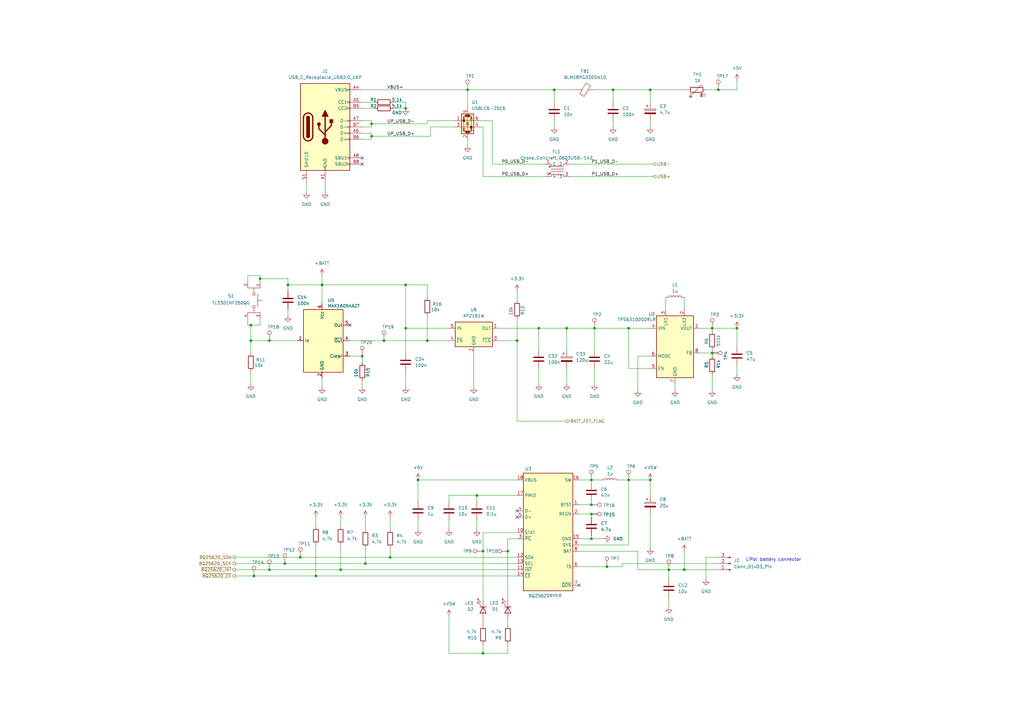
<source format=kicad_sch>
(kicad_sch (version 20231120) (generator "eeschema") (generator_version "8.0")
  (paper "A3")
  (title_block (title "Power") (date "2024-05-19") (rev "1.0"))
  (junction (at 195.58 203.2))
  (junction (at 266.7 196.85))
  (junction (at 251.46 36.83))
  (junction (at 232.41 134.62))
  (junction (at 302.26 134.62))
  (junction (at 148.59 146.05))
  (junction (at 132.08 116.84))
  (junction (at 280.67 233.68))
  (junction (at 242.57 210.82))
  (junction (at 118.11 116.84))
  (junction (at 123.19 228.6))
  (junction (at 198.12 226.06))
  (junction (at 171.45 196.85))
  (junction (at 152.4 50.8))
  (junction (at 274.32 233.68))
  (junction (at 139.7 233.68))
  (junction (at 257.81 196.85))
  (junction (at 152.4 55.88))
  (junction (at 227.33 36.83))
  (junction (at 191.77 36.83))
  (junction (at 102.87 139.7))
  (junction (at 242.57 196.85))
  (junction (at 166.37 116.84))
  (junction (at 266.7 36.83))
  (junction (at 292.1 144.78))
  (junction (at 242.57 220.98))
  (junction (at 102.87 133.35))
  (junction (at 292.1 134.62))
  (junction (at 208.28 226.06))
  (junction (at 166.37 134.62))
  (junction (at 175.26 139.7))
  (junction (at 157.48 139.7))
  (junction (at 160.02 228.6))
  (junction (at 166.37 44.45))
  (junction (at 110.49 233.68))
  (junction (at 257.81 134.62))
  (junction (at 243.84 134.62))
  (junction (at 242.57 207.01))
  (junction (at 104.14 236.22))
  (junction (at 129.54 236.22))
  (junction (at 106.68 114.3))
  (junction (at 220.98 134.62))
  (junction (at 198.12 267.97))
  (junction (at 110.49 139.7))
  (junction (at 149.86 231.14))
  (junction (at 248.92 232.41))
  (junction (at 294.64 36.83))
  (junction (at 212.09 139.7))
  (junction (at 116.84 231.14))
  (no_connect (at 148.59 67.31))
  (no_connect (at 148.59 64.77))
  (no_connect (at 212.09 209.55))
  (no_connect (at 237.49 240.03))
  (no_connect (at 143.51 133.35))
  (no_connect (at 212.09 212.09))
  (wire (pts (xy 242.57 220.98) (xy 247.65 220.98)))
  (wire (pts (xy 198.12 256.54) (xy 198.12 254)))
  (wire (pts (xy 196.85 49.53) (xy 201.93 49.53)))
  (wire (pts (xy 157.48 139.7) (xy 175.26 139.7)))
  (wire (pts (xy 251.46 49.53) (xy 251.46 52.07)))
  (wire (pts (xy 175.26 121.92) (xy 175.26 116.84)))
  (wire (pts (xy 208.28 226.06) (xy 208.28 246.38)))
  (wire (pts (xy 186.69 52.07) (xy 176.53 52.07)))
  (wire (pts (xy 106.68 130.81) (xy 106.68 133.35)))
  (wire (pts (xy 101.6 113.03) (xy 101.6 115.57)))
  (wire (pts (xy 198.12 264.16) (xy 198.12 267.97)))
  (wire (pts (xy 148.59 36.83) (xy 191.77 36.83)))
  (wire (pts (xy 227.33 36.83) (xy 191.77 36.83)))
  (wire (pts (xy 280.67 226.06) (xy 280.67 233.68)))
  (wire (pts (xy 198.12 218.44) (xy 212.09 218.44)))
  (wire (pts (xy 287.02 134.62) (xy 292.1 134.62)))
  (wire (pts (xy 143.51 146.05) (xy 148.59 146.05)))
  (wire (pts (xy 302.26 33.02) (xy 302.26 36.83)))
  (wire (pts (xy 149.86 212.09) (xy 149.86 217.17)))
  (wire (pts (xy 220.98 134.62) (xy 232.41 134.62)))
  (wire (pts (xy 302.26 149.86) (xy 302.26 153.67)))
  (wire (pts (xy 184.15 213.36) (xy 184.15 217.17)))
  (wire (pts (xy 243.84 134.62) (xy 257.81 134.62)))
  (wire (pts (xy 148.59 52.07) (xy 152.4 52.07)))
  (wire (pts (xy 132.08 113.03) (xy 132.08 116.84)))
  (wire (pts (xy 266.7 196.85) (xy 257.81 196.85)))
  (wire (pts (xy 191.77 57.15) (xy 191.77 59.69)))
  (wire (pts (xy 232.41 134.62) (xy 243.84 134.62)))
  (wire (pts (xy 274.32 233.68) (xy 280.67 233.68)))
  (wire (pts (xy 148.59 54.61) (xy 152.4 54.61)))
  (wire (pts (xy 161.29 41.91) (xy 166.37 41.91)))
  (wire (pts (xy 227.33 49.53) (xy 227.33 52.07)))
  (wire (pts (xy 204.47 139.7) (xy 212.09 139.7)))
  (wire (pts (xy 208.28 267.97) (xy 208.28 264.16)))
  (wire (pts (xy 184.15 252.73) (xy 184.15 267.97)))
  (wire (pts (xy 196.85 52.07) (xy 198.12 52.07)))
  (wire (pts (xy 149.86 224.79) (xy 149.86 231.14)))
  (wire (pts (xy 294.64 231.14) (xy 255.27 231.14)))
  (wire (pts (xy 289.56 237.49) (xy 289.56 228.6)))
  (wire (pts (xy 129.54 212.09) (xy 129.54 215.9)))
  (wire (pts (xy 227.33 36.83) (xy 236.22 36.83)))
  (wire (pts (xy 166.37 41.91) (xy 166.37 44.45)))
  (wire (pts (xy 292.1 153.67) (xy 292.1 160.02)))
  (wire (pts (xy 208.28 220.98) (xy 212.09 220.98)))
  (wire (pts (xy 118.11 114.3) (xy 118.11 116.84)))
  (wire (pts (xy 175.26 129.54) (xy 175.26 139.7)))
  (wire (pts (xy 118.11 129.54) (xy 118.11 127)))
  (wire (pts (xy 237.49 226.06) (xy 261.62 226.06)))
  (wire (pts (xy 171.45 213.36) (xy 171.45 217.17)))
  (wire (pts (xy 212.09 139.7) (xy 212.09 130.81)))
  (wire (pts (xy 198.12 52.07) (xy 198.12 72.39)))
  (wire (pts (xy 171.45 205.74) (xy 171.45 196.85)))
  (wire (pts (xy 176.53 55.88) (xy 152.4 55.88)))
  (wire (pts (xy 302.26 134.62) (xy 292.1 134.62)))
  (wire (pts (xy 175.26 49.53) (xy 186.69 49.53)))
  (wire (pts (xy 139.7 223.52) (xy 139.7 233.68)))
  (wire (pts (xy 152.4 50.8) (xy 175.26 50.8)))
  (wire (pts (xy 257.81 134.62) (xy 266.7 134.62)))
  (wire (pts (xy 273.05 121.92) (xy 273.05 127)))
  (wire (pts (xy 237.49 220.98) (xy 242.57 220.98)))
  (wire (pts (xy 148.59 156.21) (xy 148.59 158.75)))
  (wire (pts (xy 148.59 146.05) (xy 148.59 148.59)))
  (wire (pts (xy 118.11 119.38) (xy 118.11 116.84)))
  (wire (pts (xy 220.98 157.48) (xy 220.98 151.13)))
  (wire (pts (xy 195.58 213.36) (xy 195.58 217.17)))
  (wire (pts (xy 96.52 231.14) (xy 116.84 231.14)))
  (wire (pts (xy 266.7 210.82) (xy 266.7 224.79)))
  (wire (pts (xy 118.11 116.84) (xy 132.08 116.84)))
  (wire (pts (xy 175.26 116.84) (xy 166.37 116.84)))
  (wire (pts (xy 160.02 212.09) (xy 160.02 217.17)))
  (wire (pts (xy 204.47 134.62) (xy 220.98 134.62)))
  (wire (pts (xy 184.15 267.97) (xy 198.12 267.97)))
  (wire (pts (xy 292.1 134.62) (xy 292.1 135.89)))
  (wire (pts (xy 201.93 67.31) (xy 223.52 67.31)))
  (wire (pts (xy 289.56 36.83) (xy 294.64 36.83)))
  (wire (pts (xy 106.68 113.03) (xy 106.68 114.3)))
  (wire (pts (xy 242.57 196.85) (xy 246.38 196.85)))
  (wire (pts (xy 96.52 233.68) (xy 110.49 233.68)))
  (wire (pts (xy 123.19 228.6) (xy 160.02 228.6)))
  (wire (pts (xy 160.02 224.79) (xy 160.02 228.6)))
  (wire (pts (xy 198.12 226.06) (xy 198.12 218.44)))
  (wire (pts (xy 220.98 134.62) (xy 220.98 143.51)))
  (wire (pts (xy 251.46 36.83) (xy 251.46 41.91)))
  (wire (pts (xy 232.41 134.62) (xy 232.41 143.51)))
  (wire (pts (xy 132.08 158.75) (xy 132.08 154.94)))
  (wire (pts (xy 175.26 50.8) (xy 175.26 49.53)))
  (wire (pts (xy 160.02 228.6) (xy 212.09 228.6)))
  (wire (pts (xy 129.54 223.52) (xy 129.54 236.22)))
  (wire (pts (xy 148.59 44.45) (xy 153.67 44.45)))
  (wire (pts (xy 184.15 203.2) (xy 195.58 203.2)))
  (wire (pts (xy 166.37 158.75) (xy 166.37 152.4)))
  (wire (pts (xy 139.7 233.68) (xy 212.09 233.68)))
  (wire (pts (xy 266.7 203.2) (xy 266.7 196.85)))
  (wire (pts (xy 248.92 232.41) (xy 255.27 232.41)))
  (wire (pts (xy 232.41 172.72) (xy 212.09 172.72)))
  (wire (pts (xy 102.87 133.35) (xy 106.68 133.35)))
  (wire (pts (xy 212.09 172.72) (xy 212.09 139.7)))
  (wire (pts (xy 102.87 133.35) (xy 102.87 139.7)))
  (wire (pts (xy 184.15 205.74) (xy 184.15 203.2)))
  (wire (pts (xy 237.49 232.41) (xy 248.92 232.41)))
  (wire (pts (xy 208.28 256.54) (xy 208.28 254)))
  (wire (pts (xy 116.84 231.14) (xy 149.86 231.14)))
  (wire (pts (xy 294.64 36.83) (xy 302.26 36.83)))
  (wire (pts (xy 237.49 196.85) (xy 242.57 196.85)))
  (wire (pts (xy 161.29 44.45) (xy 166.37 44.45)))
  (wire (pts (xy 152.4 50.8) (xy 152.4 52.07)))
  (wire (pts (xy 237.49 207.01) (xy 242.57 207.01)))
  (wire (pts (xy 166.37 134.62) (xy 166.37 116.84)))
  (wire (pts (xy 251.46 36.83) (xy 266.7 36.83)))
  (wire (pts (xy 227.33 41.91) (xy 227.33 36.83)))
  (wire (pts (xy 152.4 55.88) (xy 152.4 57.15)))
  (wire (pts (xy 276.86 157.48) (xy 276.86 160.02)))
  (wire (pts (xy 266.7 146.05) (xy 261.62 146.05)))
  (wire (pts (xy 102.87 152.4) (xy 102.87 157.48)))
  (wire (pts (xy 302.26 142.24) (xy 302.26 134.62)))
  (wire (pts (xy 143.51 139.7) (xy 157.48 139.7)))
  (wire (pts (xy 149.86 231.14) (xy 212.09 231.14)))
  (wire (pts (xy 233.68 67.31) (xy 267.97 67.31)))
  (wire (pts (xy 101.6 113.03) (xy 106.68 113.03)))
  (wire (pts (xy 261.62 226.06) (xy 261.62 233.68)))
  (wire (pts (xy 110.49 139.7) (xy 121.92 139.7)))
  (wire (pts (xy 129.54 236.22) (xy 212.09 236.22)))
  (wire (pts (xy 289.56 228.6) (xy 294.64 228.6)))
  (wire (pts (xy 194.31 158.75) (xy 194.31 144.78)))
  (wire (pts (xy 257.81 223.52) (xy 257.81 196.85)))
  (wire (pts (xy 96.52 228.6) (xy 123.19 228.6)))
  (wire (pts (xy 266.7 36.83) (xy 266.7 41.91)))
  (wire (pts (xy 266.7 151.13) (xy 257.81 151.13)))
  (wire (pts (xy 110.49 233.68) (xy 139.7 233.68)))
  (wire (pts (xy 175.26 139.7) (xy 184.15 139.7)))
  (wire (pts (xy 166.37 116.84) (xy 132.08 116.84)))
  (wire (pts (xy 237.49 210.82) (xy 242.57 210.82)))
  (wire (pts (xy 261.62 146.05) (xy 261.62 160.02)))
  (wire (pts (xy 208.28 220.98) (xy 208.28 226.06)))
  (wire (pts (xy 139.7 212.09) (xy 139.7 215.9)))
  (wire (pts (xy 191.77 36.83) (xy 191.77 44.45)))
  (wire (pts (xy 292.1 143.51) (xy 292.1 144.78)))
  (wire (pts (xy 148.59 41.91) (xy 153.67 41.91)))
  (wire (pts (xy 242.57 210.82) (xy 242.57 212.09)))
  (wire (pts (xy 255.27 231.14) (xy 255.27 232.41)))
  (wire (pts (xy 195.58 205.74) (xy 195.58 203.2)))
  (wire (pts (xy 152.4 49.53) (xy 152.4 50.8)))
  (wire (pts (xy 242.57 220.98) (xy 242.57 219.71)))
  (wire (pts (xy 292.1 144.78) (xy 292.1 146.05)))
  (wire (pts (xy 166.37 144.78) (xy 166.37 134.62)))
  (wire (pts (xy 243.84 36.83) (xy 251.46 36.83)))
  (wire (pts (xy 287.02 144.78) (xy 292.1 144.78)))
  (wire (pts (xy 133.35 74.93) (xy 133.35 78.74)))
  (wire (pts (xy 106.68 114.3) (xy 118.11 114.3)))
  (wire (pts (xy 266.7 36.83) (xy 281.94 36.83)))
  (wire (pts (xy 274.32 233.68) (xy 274.32 237.49)))
  (wire (pts (xy 242.57 207.01) (xy 242.57 205.74)))
  (wire (pts (xy 198.12 246.38) (xy 198.12 226.06)))
  (wire (pts (xy 257.81 151.13) (xy 257.81 134.62)))
  (wire (pts (xy 242.57 196.85) (xy 242.57 198.12)))
  (wire (pts (xy 132.08 116.84) (xy 132.08 124.46)))
  (wire (pts (xy 261.62 233.68) (xy 274.32 233.68)))
  (wire (pts (xy 102.87 139.7) (xy 110.49 139.7)))
  (wire (pts (xy 201.93 49.53) (xy 201.93 67.31)))
  (wire (pts (xy 152.4 54.61) (xy 152.4 55.88)))
  (wire (pts (xy 257.81 196.85) (xy 254 196.85)))
  (wire (pts (xy 102.87 144.78) (xy 102.87 139.7)))
  (wire (pts (xy 125.73 74.93) (xy 125.73 78.74)))
  (wire (pts (xy 176.53 52.07) (xy 176.53 55.88)))
  (wire (pts (xy 233.68 72.39) (xy 267.97 72.39)))
  (wire (pts (xy 101.6 130.81) (xy 101.6 133.35)))
  (wire (pts (xy 280.67 233.68) (xy 294.64 233.68)))
  (wire (pts (xy 212.09 119.38) (xy 212.09 123.19)))
  (wire (pts (xy 266.7 49.53) (xy 266.7 52.07)))
  (wire (pts (xy 198.12 267.97) (xy 208.28 267.97)))
  (wire (pts (xy 243.84 134.62) (xy 243.84 143.51)))
  (wire (pts (xy 152.4 57.15) (xy 148.59 57.15)))
  (wire (pts (xy 198.12 72.39) (xy 223.52 72.39)))
  (wire (pts (xy 280.67 121.92) (xy 280.67 127)))
  (wire (pts (xy 232.41 151.13) (xy 232.41 157.48)))
  (wire (pts (xy 243.84 151.13) (xy 243.84 157.48)))
  (wire (pts (xy 166.37 134.62) (xy 184.15 134.62)))
  (wire (pts (xy 101.6 133.35) (xy 102.87 133.35)))
  (wire (pts (xy 274.32 245.11) (xy 274.32 248.92)))
  (wire (pts (xy 171.45 196.85) (xy 212.09 196.85)))
  (wire (pts (xy 106.68 114.3) (xy 106.68 115.57)))
  (wire (pts (xy 237.49 223.52) (xy 257.81 223.52)))
  (wire (pts (xy 148.59 49.53) (xy 152.4 49.53)))
  (wire (pts (xy 104.14 236.22) (xy 129.54 236.22)))
  (wire (pts (xy 195.58 203.2) (xy 212.09 203.2)))
  (wire (pts (xy 96.52 236.22) (xy 104.14 236.22)))
  (text "LiPol battery connector" (at 317.246 229.616 0) (effects (font (size 1.27 1.27))))
  (label "P0_USB_D+" (at 205.74 72.39 0))
  (label "P1_USB_D+" (at 242.57 72.39 0))
  (label "UP_USB_D+" (at 158.75 55.88 0))
  (label "P0_USB_D-" (at 205.74 67.31 0))
  (label "VBUS+" (at 158.75 36.83 0))
  (label "UP_USB_D-" (at 158.75 50.8 0))
  (label "P1_USB_D-" (at 242.57 67.31 0))
  (hierarchical_label "BQ25620_SCK" (shape output) (at 96.52 231.14 180))
  (hierarchical_label "BATT_FET_FLAG" (shape output) (at 232.41 172.72 0))
  (hierarchical_label "BQ25620_SDA" (shape output) (at 96.52 228.6 180))
  (hierarchical_label "USB-" (shape bidirectional) (at 267.97 67.31 0))
  (hierarchical_label "USB+" (shape bidirectional) (at 267.97 72.39 0))
  (hierarchical_label "~{BQ25620_INT}" (shape output) (at 96.52 233.68 180))
  (hierarchical_label "~{BQ25620_CE}" (shape output) (at 96.52 236.22 180))
  (symbol (lib_id "power:GND") (at 148.59 158.75 0) (unit 1)
    (property "Reference" "#PWR077" (effects (hide yes)))
    (property "Value" "GND" (at 148.59 163.83 0))
    (property "Description" "Power symbol creates a global label with name \"GND\" , ground" (effects (hide yes)))
  )
  (symbol (lib_id "Power_Management:AP2161W") (at 194.31 137.16 0) (unit 1)
    (property "Reference" "U6" (at 194.31 127 0))
    (property "Value" "AP2161W" (at 194.31 129.54 0))
    (property "Footprint" "Package_TO_SOT_SMD:SOT-23-5" (effects (hide yes)))
    (property "Datasheet" "https://www.diodes.com/assets/Datasheets/AP2161.pdf" (effects (hide yes)))
    (property "Description" "Current limited power switch, single channel, SOT-23-5" (effects (hide yes)))
    (property "OrderCode" "621-AP2161WG-7" (effects (hide yes)))
    (property "Distributor" "Mouser" (effects (hide yes)))
  )
  (symbol (lib_id "Device:R") (at 102.87 148.59 0) (unit 1)
    (property "Reference" "R11" (at 106.934 147.574 0))
    (property "Value" "10k" (at 106.172 149.86 0))
    (property "Footprint" "Resistor_SMD:R_01005_0402Metric" (effects (hide yes)))
    (property "Description" "Resistor" (effects (hide yes)))
    (property "Distributor" "Mouser" (effects (hide yes)))
  )
  (symbol (lib_id "Device:C_Polarized") (at 266.7 45.72 0) (unit 1)
    (property "Reference" "C3" (at 270.51 43.5609 0) (effects (justify left)))
    (property "Value" "4,7u" (at 270.51 46.1009 0) (effects (justify left)))
    (property "Footprint" "Capacitor_SMD:C_0603_1608Metric" (effects (hide yes)))
    (property "Description" "Polarized capacitor" (effects (hide yes)))
  )
  (symbol (lib_id "power:GND") (at 195.58 217.17 0) (unit 1)
    (property "Reference" "#PWR019" (effects (hide yes)))
    (property "Value" "GND" (at 195.58 222.25 0))
    (property "Description" "Power symbol creates a global label with name \"GND\" , ground" (effects (hide yes)))
  )
  (symbol (lib_id "power:+3.3V") (at 149.86 212.09 0) (unit 1)
    (property "Reference" "#PWR020" (effects (hide yes)))
    (property "Value" "+3.3V" (at 149.86 207.01 0))
    (property "Description" "Power symbol creates a global label with name \"+3.3V\"" (effects (hide yes)))
  )
  (symbol (lib_id "power:GND") (at 274.32 248.92 0) (unit 1)
    (property "Reference" "#PWR025" (effects (hide yes)))
    (property "Value" "GND" (at 274.32 254 0))
    (property "Description" "Power symbol creates a global label with name \"GND\" , ground" (effects (hide yes)))
  )
  (symbol (lib_id "power:GND") (at 261.62 160.02 0) (unit 1)
    (property "Reference" "#PWR012" (effects (hide yes)))
    (property "Value" "GND" (at 261.62 165.1 0))
    (property "Description" "Power symbol creates a global label with name \"GND\" , ground" (effects (hide yes)))
  )
  (symbol (lib_id "Device:R") (at 208.28 260.35 180) (unit 1)
    (property "Reference" "R9" (at 205.74 261.6201 0) (effects (justify left)))
    (property "Value" "4,7k" (at 205.74 259.0801 0) (effects (justify left)))
    (property "Footprint" "Capacitor_SMD:C_0402_1005Metric" (effects (hide yes)))
    (property "Description" "Resistor" (effects (hide yes)))
  )
  (symbol (lib_id "power:+5V") (at 302.26 33.02 0) (unit 1)
    (property "Reference" "#PWR030" (effects (hide yes)))
    (property "Value" "+5V" (at 302.26 27.94 0))
    (property "Description" "Power symbol creates a global label with name \"+5V\"" (effects (hide yes)))
  )
  (symbol (lib_id "Device:FerriteBead") (at 240.03 36.83 90) (unit 1)
    (property "Reference" "FB1" (at 239.9792 29.21 90))
    (property "Value" "BLM18PG330SN1D" (at 239.9792 31.75 90))
    (property "Footprint" "Inductor_SMD:L_0603_1608Metric" (effects (hide yes)))
    (property "Datasheet" "https://hu.mouser.com/datasheet/2/281/ENFA0003-1915778.pdf" (effects (hide yes)))
    (property "Description" "Ferrite bead" (effects (hide yes)))
    (property "OrderCode" "81-BLM18PG330SN1D" (effects (hide yes)))
    (property "Distributor" "Mouser" (effects (hide yes)))
  )
  (symbol (lib_id "Device:C") (at 251.46 45.72 0) (unit 1)
    (property "Reference" "C2" (at 255.27 44.4499 0) (effects (justify left)))
    (property "Value" "100n" (at 255.27 46.9899 0) (effects (justify left)))
    (property "Footprint" "Capacitor_SMD:C_0402_1005Metric" (effects (hide yes)))
    (property "Description" "Unpolarized capacitor" (effects (hide yes)))
  )
  (symbol (lib_id "Device:C") (at 166.37 148.59 0) (unit 1)
    (property "Reference" "C34" (at 170.18 147.3199 0) (effects (justify left)))
    (property "Value" "100n" (at 170.18 149.8599 0) (effects (justify left)))
    (property "Footprint" "Capacitor_SMD:C_0402_1005Metric" (effects (hide yes)))
    (property "Description" "Unpolarized capacitor" (effects (hide yes)))
  )
  (symbol (lib_id "Connector:TestPoint") (at 257.81 196.85 0) (unit 1)
    (property "Reference" "TP6" (at 257.048 191.262 0) (effects (justify left)))
    (property "Value" "TestPoint" (effects (hide yes)))
    (property "Footprint" "TestPoint:TestPoint_Pad_D1.0mm" (effects (hide yes)))
    (property "Description" "test point" (effects (hide yes)))
  )
  (symbol (lib_id "Device:R") (at 139.7 219.71 0) (unit 1)
    (property "Reference" "R7" (at 142.24 218.4399 0) (effects (justify left)))
    (property "Value" "4,7k" (at 142.24 220.9799 0) (effects (justify left)))
    (property "Footprint" "Capacitor_SMD:C_0402_1005Metric" (effects (hide yes)))
    (property "Description" "Resistor" (effects (hide yes)))
  )
  (symbol (lib_id "Device:L") (at 250.19 196.85 90) (unit 1)
    (property "Reference" "L2" (at 250.19 191.77 90))
    (property "Value" "1u" (at 250.19 194.31 90))
    (property "Footprint" "Inductor_SMD:L_1008_2520Metric" (effects (hide yes)))
    (property "Datasheet" "https://hu.mouser.com/datasheet/2/281/1/J_E_TE243A_0024-2303178.pdf" (effects (hide yes)))
    (property "Description" "Inductor" (effects (hide yes)))
    (property "OrderCode" "81-DFE252012P-1R0MP2" (effects (hide yes)))
    (property "Distributor" "Mouser" (effects (hide yes)))
  )
  (symbol (lib_id "Connector:TestPoint") (at 292.1 134.62 0) (unit 1)
    (property "Reference" "TP3" (at 291.338 129.032 0) (effects (justify left)))
    (property "Value" "TestPoint" (effects (hide yes)))
    (property "Footprint" "TestPoint:TestPoint_Pad_D1.0mm" (effects (hide yes)))
    (property "Description" "test point" (effects (hide yes)))
  )
  (symbol (lib_id "Connector:TestPoint") (at 116.84 231.14 0) (unit 1)
    (property "Reference" "TP12" (at 116.078 225.552 0) (effects (justify left)))
    (property "Value" "TestPoint" (effects (hide yes)))
    (property "Footprint" "TestPoint:TestPoint_Pad_D1.0mm" (effects (hide yes)))
    (property "Description" "test point" (effects (hide yes)))
  )
  (symbol (lib_id "power:+3.3V") (at 129.54 212.09 0) (unit 1)
    (property "Reference" "#PWR023" (effects (hide yes)))
    (property "Value" "+3.3V" (at 129.54 207.01 0))
    (property "Description" "Power symbol creates a global label with name \"+3.3V\"" (effects (hide yes)))
  )
  (symbol (lib_id "Connector:TestPoint") (at 123.19 228.6 0) (unit 1)
    (property "Reference" "TP11" (at 122.428 223.012 0) (effects (justify left)))
    (property "Value" "TestPoint" (effects (hide yes)))
    (property "Footprint" "TestPoint:TestPoint_Pad_D1.0mm" (effects (hide yes)))
    (property "Description" "test point" (effects (hide yes)))
  )
  (symbol (lib_id "Connector:TestPoint") (at 242.57 207.01 270) (unit 1)
    (property "Reference" "TP16" (at 247.396 207.264 90) (effects (justify left)))
    (property "Value" "TestPoint" (effects (hide yes)))
    (property "Footprint" "TestPoint:TestPoint_Pad_D1.0mm" (effects (hide yes)))
    (property "Description" "test point" (effects (hide yes)))
  )
  (symbol (lib_id "Device:R") (at 292.1 149.86 180) (unit 1)
    (property "Reference" "R5" (at 289.814 149.606 90))
    (property "Value" "91k" (at 294.64 149.352 90))
    (property "Footprint" "Resistor_SMD:R_0603_1608Metric" (effects (hide yes)))
    (property "Description" "Resistor" (effects (hide yes)))
    (property "Distributor" "Mouser" (effects (hide yes)))
  )
  (symbol (lib_id "Device:C") (at 220.98 147.32 0) (unit 1)
    (property "Reference" "C32" (at 224.79 146.0499 0) (effects (justify left)))
    (property "Value" "100n" (at 224.79 148.5899 0) (effects (justify left)))
    (property "Footprint" "Capacitor_SMD:C_0402_1005Metric" (effects (hide yes)))
    (property "Description" "Unpolarized capacitor" (effects (hide yes)))
  )
  (symbol (lib_id "power:GND") (at 171.45 217.17 0) (unit 1)
    (property "Reference" "#PWR016" (effects (hide yes)))
    (property "Value" "GND" (at 171.45 222.25 0))
    (property "Description" "Power symbol creates a global label with name \"GND\" , ground" (effects (hide yes)))
  )
  (symbol (lib_id "Power_Protection:USBLC6-2SC6") (at 191.77 49.53 0) (unit 1)
    (property "Reference" "U1" (at 193.4211 41.91 0) (effects (justify left)))
    (property "Value" "USBLC6-2SC6" (at 193.4211 44.45 0) (effects (justify left)))
    (property "Footprint" "Package_TO_SOT_SMD:SOT-23-6" (effects (hide yes)))
    (property "Datasheet" "https://www.st.com/resource/en/datasheet/usblc6-2.pdf" (effects (hide yes)))
    (property "Description" "Very low capacitance ESD protection diode, 2 data-line, SOT-23-6" (effects (hide yes)))
    (property "OrderCode" "511-USBLC6-2SC6" (effects (hide yes)))
    (property "Distributor" "Mouser" (effects (hide yes)))
  )
  (symbol (lib_id "power:GND") (at 191.77 59.69 0) (unit 1)
    (property "Reference" "#PWR02" (effects (hide yes)))
    (property "Value" "GND" (at 191.77 64.77 0))
    (property "Description" "Power symbol creates a global label with name \"GND\" , ground" (effects (hide yes)))
  )
  (symbol (lib_id "Connector:TestPoint") (at 248.92 232.41 0) (unit 1)
    (property "Reference" "TP7" (at 250.444 229.108 0) (effects (justify left)))
    (property "Value" "TestPoint" (effects (hide yes)))
    (property "Footprint" "TestPoint:TestPoint_Pad_D1.0mm" (effects (hide yes)))
    (property "Description" "test point" (effects (hide yes)))
  )
  (symbol (lib_id "Device:C") (at 195.58 209.55 0) (unit 1)
    (property "Reference" "C11" (at 199.39 208.2799 0) (effects (justify left)))
    (property "Value" "0,1u" (at 199.39 210.8199 0) (effects (justify left)))
    (property "Footprint" "Capacitor_SMD:C_0603_1608Metric" (effects (hide yes)))
    (property "Description" "Unpolarized capacitor" (effects (hide yes)))
  )
  (symbol (lib_id "power:GND") (at 118.11 129.54 0) (unit 1)
    (property "Reference" "#PWR039" (effects (hide yes)))
    (property "Value" "GND" (at 118.11 134.62 0))
    (property "Description" "Power symbol creates a global label with name \"GND\" , ground" (effects (hide yes)))
  )
  (symbol (lib_id "Device:R") (at 198.12 260.35 180) (unit 1)
    (property "Reference" "R10" (at 195.58 261.6201 0) (effects (justify left)))
    (property "Value" "4,7k" (at 195.58 259.0801 0) (effects (justify left)))
    (property "Footprint" "Capacitor_SMD:C_0402_1005Metric" (effects (hide yes)))
    (property "Description" "Resistor" (effects (hide yes)))
  )
  (symbol (lib_id "Connector:TestPoint") (at 242.57 210.82 270) (unit 1)
    (property "Reference" "TP15" (at 247.396 211.074 90) (effects (justify left)))
    (property "Value" "TestPoint" (effects (hide yes)))
    (property "Footprint" "TestPoint:TestPoint_Pad_D1.0mm" (effects (hide yes)))
    (property "Description" "test point" (effects (hide yes)))
  )
  (symbol (lib_id "power:GND") (at 166.37 158.75 0) (unit 1)
    (property "Reference" "#PWR075" (effects (hide yes)))
    (property "Value" "GND" (at 166.37 163.83 0))
    (property "Description" "Power symbol creates a global label with name \"GND\" , ground" (effects (hide yes)))
  )
  (symbol (lib_id "power:+BATT") (at 132.08 113.03 0) (unit 1)
    (property "Reference" "#PWR038" (effects (hide yes)))
    (property "Value" "+BATT" (at 132.08 107.95 0))
    (property "Description" "Power symbol creates a global label with name \"+BATT\"" (effects (hide yes)))
  )
  (symbol (lib_id "Connector:TestPoint") (at 208.28 226.06 90) (unit 1)
    (property "Reference" "TP10" (at 204.216 226.06 90) (effects (justify left)))
    (property "Value" "TestPoint" (effects (hide yes)))
    (property "Footprint" "TestPoint:TestPoint_Pad_D1.0mm" (effects (hide yes)))
    (property "Description" "test point" (effects (hide yes)))
  )
  (symbol (lib_id "power:GND") (at 276.86 160.02 0) (unit 1)
    (property "Reference" "#PWR08" (effects (hide yes)))
    (property "Value" "GND" (at 276.86 165.1 0))
    (property "Description" "Power symbol creates a global label with name \"GND\" , ground" (effects (hide yes)))
  )
  (symbol (lib_id "power:GND") (at 133.35 78.74 0) (unit 1)
    (property "Reference" "#PWR03" (effects (hide yes)))
    (property "Value" "GND" (at 133.35 83.82 0))
    (property "Description" "Power symbol creates a global label with name \"GND\" , ground" (effects (hide yes)))
  )
  (symbol (lib_id "Connector:TestPoint") (at 110.49 233.68 0) (unit 1)
    (property "Reference" "TP13" (at 109.728 228.092 0) (effects (justify left)))
    (property "Value" "TestPoint" (effects (hide yes)))
    (property "Footprint" "TestPoint:TestPoint_Pad_D1.0mm" (effects (hide yes)))
    (property "Description" "test point" (effects (hide yes)))
  )
  (symbol (lib_id "Connector:TestPoint") (at 243.84 134.62 0) (unit 1)
    (property "Reference" "TP2" (at 243.078 129.032 0) (effects (justify left)))
    (property "Value" "TestPoint" (effects (hide yes)))
    (property "Footprint" "TestPoint:TestPoint_Pad_D1.0mm" (effects (hide yes)))
    (property "Description" "test point" (effects (hide yes)))
  )
  (symbol (lib_id "Device:C") (at 242.57 201.93 0) (unit 1)
    (property "Reference" "C6" (at 246.38 200.6599 0) (effects (justify left)))
    (property "Value" "47n" (at 246.38 203.1999 0) (effects (justify left)))
    (property "Footprint" "Capacitor_SMD:C_0402_1005Metric" (effects (hide yes)))
    (property "Description" "Unpolarized capacitor" (effects (hide yes)))
  )
  (symbol (lib_id "Device:C") (at 243.84 147.32 0) (unit 1)
    (property "Reference" "C4" (at 247.65 146.0499 0) (effects (justify left)))
    (property "Value" "22u" (at 247.65 148.5899 0) (effects (justify left)))
    (property "Footprint" "Capacitor_SMD:C_0603_1608Metric" (effects (hide yes)))
    (property "Description" "Unpolarized capacitor" (effects (hide yes)))
  )
  (symbol (lib_id "Device:C") (at 118.11 123.19 0) (unit 1)
    (property "Reference" "C14" (at 121.92 121.9199 0) (effects (justify left)))
    (property "Value" "100n" (at 121.92 124.4599 0) (effects (justify left)))
    (property "Footprint" "Capacitor_SMD:C_0402_1005Metric" (effects (hide yes)))
    (property "Description" "Unpolarized capacitor" (effects (hide yes)))
  )
  (symbol (lib_id "power:+3.3V") (at 139.7 212.09 0) (unit 1)
    (property "Reference" "#PWR022" (effects (hide yes)))
    (property "Value" "+3.3V" (at 139.7 207.01 0))
    (property "Description" "Power symbol creates a global label with name \"+3.3V\"" (effects (hide yes)))
  )
  (symbol (lib_id "Device:L") (at 276.86 121.92 90) (unit 1)
    (property "Reference" "L1" (at 276.86 116.84 90))
    (property "Value" "1u" (at 276.86 119.38 90))
    (property "Footprint" "Inductor_SMD:L_1008_2520Metric" (effects (hide yes)))
    (property "Datasheet" "https://hu.mouser.com/datasheet/2/281/1/J_E_TE243A_0024-2303178.pdf" (effects (hide yes)))
    (property "Description" "Inductor" (effects (hide yes)))
    (property "OrderCode" "81-DFE252012P-1R0MP2" (effects (hide yes)))
    (property "Distributor" "Mouser" (effects (hide yes)))
  )
  (symbol (lib_id "power:GND") (at 292.1 160.02 0) (unit 1)
    (property "Reference" "#PWR09" (effects (hide yes)))
    (property "Value" "GND" (at 292.1 165.1 0))
    (property "Description" "Power symbol creates a global label with name \"GND\" , ground" (effects (hide yes)))
  )
  (symbol (lib_id "Connector:Conn_01x03_Pin") (at 299.72 231.14 180) (unit 1)
    (property "Reference" "J2" (at 300.99 229.8699 0) (effects (justify right)))
    (property "Value" "Conn_01x03_Pin" (at 300.99 232.4099 0) (effects (justify right)))
    (property "Footprint" "Connector_PinHeader_2.00mm:PinHeader_1x03_P2.00mm_Horizontal" (effects (hide yes)))
    (property "Description" "Generic connector, single row, 01x03, script generated" (effects (hide yes)))
  )
  (symbol (lib_id "UniversalRemoteControllerLibary:Choke_Coilcraft_0603USB-142") (at 228.6 64.77 0) (unit 1)
    (property "Reference" "FL1" (at 228.219 62.23 0))
    (property "Value" "Choke_Coilcraft_0603USB-142" (at 228.219 64.77 0))
    (property "Footprint" "UniversalRemoteControllerLibrary:0603USB142MLC" (effects (hide yes)))
    (property "Datasheet" "https://www.coilcraft.com/pdfs/0603usb.pdf" (effects (hide yes)))
    (property "Description" "Common mode choke, 500mA, 250VAC, 98nH, 174mohm, 1.9Ghz, " (effects (hide yes)))
    (property "OrderCode" "994-0603USB-142MLC" (effects (hide yes)))
    (property "Distributor" "Mouser" (effects (hide yes)))
  )
  (symbol (lib_id "Device:R") (at 129.54 219.71 0) (unit 1)
    (property "Reference" "R8" (at 132.08 218.4399 0) (effects (justify left)))
    (property "Value" "4,7k" (at 132.08 220.9799 0) (effects (justify left)))
    (property "Footprint" "Capacitor_SMD:C_0402_1005Metric" (effects (hide yes)))
    (property "Description" "Resistor" (effects (hide yes)))
  )
  (symbol (lib_id "Device:R") (at 149.86 220.98 0) (unit 1)
    (property "Reference" "R3" (at 152.4 219.7099 0) (effects (justify left)))
    (property "Value" "4,7k" (at 152.4 222.2499 0) (effects (justify left)))
    (property "Footprint" "Capacitor_SMD:C_0402_1005Metric" (effects (hide yes)))
    (property "Description" "Resistor" (effects (hide yes)))
  )
  (symbol (lib_id "power:+3.3V") (at 212.09 119.38 0) (unit 1)
    (property "Reference" "#PWR076" (effects (hide yes)))
    (property "Value" "+3.3V" (at 212.09 114.3 0))
    (property "Description" "Power symbol creates a global label with name \"+3.3V\"" (effects (hide yes)))
  )
  (symbol (lib_id "Connector:USB_C_Receptacle_USB2.0_16P") (at 133.35 52.07 0) (unit 1)
    (property "Reference" "J1" (at 133.35 29.21 0))
    (property "Value" "USB_C_Receptacle_USB2.0_16P" (at 133.35 31.75 0))
    (property "Footprint" "Connector_USB:USB_C_Receptacle_GCT_USB4105-xx-A_16P_TopMnt_Horizontal" (effects (hide yes)))
    (property "Datasheet" "https://www.usb.org/sites/default/files/documents/usb_type-c.zip" (effects (hide yes)))
    (property "Description" "USB 2.0-only 16P Type-C Receptacle connector" (effects (hide yes)))
  )
  (symbol (lib_id "power:GND") (at 251.46 52.07 0) (unit 1)
    (property "Reference" "#PWR05" (effects (hide yes)))
    (property "Value" "GND" (at 251.46 57.15 0))
    (property "Description" "Power symbol creates a global label with name \"GND\" , ground" (effects (hide yes)))
  )
  (symbol (lib_id "Connector:TestPoint") (at 242.57 196.85 0) (unit 1)
    (property "Reference" "TP5" (at 241.808 191.262 0) (effects (justify left)))
    (property "Value" "TestPoint" (effects (hide yes)))
    (property "Footprint" "TestPoint:TestPoint_Pad_D1.0mm" (effects (hide yes)))
    (property "Description" "test point" (effects (hide yes)))
  )
  (symbol (lib_id "Device:C") (at 302.26 146.05 0) (unit 1)
    (property "Reference" "C5" (at 306.07 144.7799 0) (effects (justify left)))
    (property "Value" "47u" (at 306.07 147.3199 0) (effects (justify left)))
    (property "Footprint" "Capacitor_SMD:C_0805_2012Metric" (effects (hide yes)))
    (property "Description" "Unpolarized capacitor" (effects (hide yes)))
  )
  (symbol (lib_id "Device:C") (at 227.33 45.72 0) (unit 1)
    (property "Reference" "C1" (at 231.14 44.4499 0) (effects (justify left)))
    (property "Value" "10n" (at 231.14 46.9899 0) (effects (justify left)))
    (property "Footprint" "Capacitor_SMD:C_0402_1005Metric" (effects (hide yes)))
    (property "Description" "Unpolarized capacitor" (effects (hide yes)))
  )
  (symbol (lib_id "power:+VSW") (at 266.7 196.85 0) (unit 1)
    (property "Reference" "#PWR026" (effects (hide yes)))
    (property "Value" "+VSW" (at 266.7 191.77 0))
    (property "Description" "Power symbol creates a global label with name \"+VSW\"" (effects (hide yes)))
  )
  (symbol (lib_id "power:GND") (at 227.33 52.07 0) (unit 1)
    (property "Reference" "#PWR04" (effects (hide yes)))
    (property "Value" "GND" (at 227.33 57.15 0))
    (property "Description" "Power symbol creates a global label with name \"GND\" , ground" (effects (hide yes)))
  )
  (symbol (lib_id "power:GND") (at 302.26 153.67 0) (unit 1)
    (property "Reference" "#PWR011" (effects (hide yes)))
    (property "Value" "GND" (at 302.26 158.75 0))
    (property "Description" "Power symbol creates a global label with name \"GND\" , ground" (effects (hide yes)))
  )
  (symbol (lib_id "UniversalRemoteControllerLibary:MAX16054") (at 132.08 127 0) (unit 1)
    (property "Reference" "U5" (at 134.366 123.19 0) (effects (justify left)))
    (property "Value" "MAX16054AZT" (at 134.366 125.476 0) (effects (justify left)))
    (property "Footprint" "Package_TO_SOT_SMD:SOT-23-6" (effects (hide yes)))
    (property "Datasheet" "https://www.analog.com/media/en/technical-documentation/data-sheets/MAX16054.pdf" (effects (hide yes)))
    (property "Description" "Supervisory Circuits On/Off Controller with Debounce and 15kV ESD Protection" (effects (hide yes)))
    (property "OrderCode" "700-MAX16054AZTT" (effects (hide yes)))
    (property "Distributor" "Mouser" (effects (hide yes)))
  )
  (symbol (lib_id "power:+VSW") (at 184.15 252.73 0) (unit 1)
    (property "Reference" "#PWR027" (effects (hide yes)))
    (property "Value" "+VSW" (at 184.15 247.65 0))
    (property "Description" "Power symbol creates a global label with name \"+VSW\"" (effects (hide yes)))
  )
  (symbol (lib_id "UniversalRemoteControllerLibary:BQ25620RYKR") (at 215.9 193.04 0) (unit 1)
    (property "Reference" "U3" (at 216.662 192.278 0))
    (property "Value" "BQ25620RYKR" (at 223.52 244.348 0))
    (property "Footprint" "UniversalRemoteControllerLibrary:BQ25620RYKR" (effects (hide yes)))
    (property "Datasheet" "https://www.ti.com/lit/ds/symlink/bq25620.pdf?ts=1716191449042&ref_url=https%253A%252F%252Fwww.ti.com%252Fproduct%252FBQ25620" (effects (hide yes)))
    (property "Description" "I2C Controlled 1-Cell, 3.5A, Maximum 18V Input, Buck Battery Charger with NVDC Power Path Management and OTG Output" (effects (hide yes)))
    (property "OrderCode" "595-BQ25620RYKR" (effects (hide yes)))
    (property "Distributor" "Mouser" (effects (hide yes)))
  )
  (symbol (lib_id "Connector:TestPoint") (at 198.12 226.06 90) (unit 1)
    (property "Reference" "TP9" (at 193.548 226.06 90) (effects (justify left)))
    (property "Value" "TestPoint" (effects (hide yes)))
    (property "Footprint" "TestPoint:TestPoint_Pad_D1.0mm" (effects (hide yes)))
    (property "Description" "test point" (effects (hide yes)))
  )
  (symbol (lib_id "Device:C") (at 274.32 241.3 0) (unit 1)
    (property "Reference" "C12" (at 278.13 240.0299 0) (effects (justify left)))
    (property "Value" "10u" (at 278.13 242.5699 0) (effects (justify left)))
    (property "Footprint" "Capacitor_SMD:C_0805_2012Metric" (effects (hide yes)))
    (property "Description" "Unpolarized capacitor" (effects (hide yes)))
  )
  (symbol (lib_id "Device:LED") (at 208.28 250.19 270) (unit 1)
    (property "Reference" "D1" (at 204.47 249.8726 90) (effects (justify right)))
    (property "Value" "LED" (at 204.47 247.3326 90) (effects (justify right)))
    (property "Footprint" "LED_SMD:LED_0603_1608Metric" (effects (hide yes)))
    (property "Datasheet" "https://hu.mouser.com/datasheet/2/239/Lite-On-LTST-C190GKT-1175335.pdf" (effects (hide yes)))
    (property "Description" "Light emitting diode" (effects (hide yes)))
    (property "OrderCode" "859-LTST-C190GKT" (effects (hide yes)))
    (property "Distributor" "Mouser" (effects (hide yes)))
  )
  (symbol (lib_id "Connector:TestPoint") (at 110.49 139.7 0) (unit 1)
    (property "Reference" "TP18" (at 109.728 134.112 0) (effects (justify left)))
    (property "Value" "TestPoint" (effects (hide yes)))
    (property "Footprint" "TestPoint:TestPoint_Pad_D1.0mm" (effects (hide yes)))
    (property "Description" "test point" (effects (hide yes)))
  )
  (symbol (lib_id "power:+3.3V") (at 302.26 134.62 0) (unit 1)
    (property "Reference" "#PWR013" (effects (hide yes)))
    (property "Value" "+3.3V" (at 302.26 129.54 0))
    (property "Description" "Power symbol creates a global label with name \"+3.3V\"" (effects (hide yes)))
  )
  (symbol (lib_id "Device:C") (at 184.15 209.55 0) (unit 1)
    (property "Reference" "C10" (at 187.96 208.2799 0) (effects (justify left)))
    (property "Value" "10u" (at 187.96 210.8199 0) (effects (justify left)))
    (property "Footprint" "Capacitor_SMD:C_0805_2012Metric" (effects (hide yes)))
    (property "Description" "Unpolarized capacitor" (effects (hide yes)))
  )
  (symbol (lib_id "Device:R") (at 148.59 152.4 0) (unit 1)
    (property "Reference" "R15" (at 150.876 152.654 90))
    (property "Value" "10k" (at 146.05 152.908 90))
    (property "Footprint" "Resistor_SMD:R_01005_0402Metric" (effects (hide yes)))
    (property "Description" "Resistor" (effects (hide yes)))
    (property "Distributor" "Mouser" (effects (hide yes)))
  )
  (symbol (lib_id "power:GND") (at 266.7 224.79 0) (unit 1)
    (property "Reference" "#PWR014" (effects (hide yes)))
    (property "Value" "GND" (at 266.7 229.87 0))
    (property "Description" "Power symbol creates a global label with name \"GND\" , ground" (effects (hide yes)))
  )
  (symbol (lib_id "power:GND") (at 266.7 52.07 0) (unit 1)
    (property "Reference" "#PWR06" (effects (hide yes)))
    (property "Value" "GND" (at 266.7 57.15 0))
    (property "Description" "Power symbol creates a global label with name \"GND\" , ground" (effects (hide yes)))
  )
  (symbol (lib_id "power:GND") (at 220.98 157.48 0) (unit 1)
    (property "Reference" "#PWR032" (effects (hide yes)))
    (property "Value" "GND" (at 220.98 162.56 0))
    (property "Description" "Power symbol creates a global label with name \"GND\" , ground" (effects (hide yes)))
  )
  (symbol (lib_id "power:GND") (at 125.73 78.74 0) (unit 1)
    (property "Reference" "#PWR07" (effects (hide yes)))
    (property "Value" "GND" (at 125.73 83.82 0))
    (property "Description" "Power symbol creates a global label with name \"GND\" , ground" (effects (hide yes)))
  )
  (symbol (lib_id "Connector:TestPoint") (at 148.59 146.05 0) (unit 1)
    (property "Reference" "TP20" (at 147.828 140.462 0) (effects (justify left)))
    (property "Value" "TestPoint" (effects (hide yes)))
    (property "Footprint" "TestPoint:TestPoint_Pad_D1.0mm" (effects (hide yes)))
    (property "Description" "test point" (effects (hide yes)))
  )
  (symbol (lib_id "Device:R") (at 212.09 127 0) (unit 1)
    (property "Reference" "R12" (at 214.376 127.254 90))
    (property "Value" "10k" (at 209.55 127.508 90))
    (property "Footprint" "Resistor_SMD:R_01005_0402Metric" (effects (hide yes)))
    (property "Description" "Resistor" (effects (hide yes)))
    (property "Distributor" "Mouser" (effects (hide yes)))
  )
  (symbol (lib_id "Connector:TestPoint") (at 274.32 233.68 0) (unit 1)
    (property "Reference" "TP8" (at 272.796 228.092 0) (effects (justify left)))
    (property "Value" "TestPoint" (effects (hide yes)))
    (property "Footprint" "TestPoint:TestPoint_Pad_D1.0mm" (effects (hide yes)))
    (property "Description" "test point" (effects (hide yes)))
  )
  (symbol (lib_id "power:+3.3V") (at 160.02 212.09 0) (unit 1)
    (property "Reference" "#PWR021" (effects (hide yes)))
    (property "Value" "+3.3V" (at 160.02 207.01 0))
    (property "Description" "Power symbol creates a global label with name \"+3.3V\"" (effects (hide yes)))
  )
  (symbol (lib_id "UniversalRemoteControllerLibary:TPS631000DRLR") (at 276.86 142.24 0) (unit 1)
    (property "Reference" "U2" (at 265.938 128.778 0) (effects (justify left)))
    (property "Value" "TPS631000DRLR" (at 253.238 131.064 0) (effects (justify left)))
    (property "Footprint" "UniversalRemoteControllerLibrary:SOTFL50P160X60-8N" (effects (hide yes)))
    (property "Datasheet" "https://www.ti.com/lit/ds/symlink/tps631000.pdf?ts=1716077936349" (effects (hide yes)))
    (property "Description" "1.5-A Output Current, High Power Density Buck-Boost Converter" (effects (hide yes)))
    (property "OrderCode" "595-TPS631000DRLR" (effects (hide yes)))
    (property "Distributor" "Mouser" (effects (hide yes)))
  )
  (symbol (lib_id "Device:C") (at 171.45 209.55 0) (unit 1)
    (property "Reference" "C9" (at 175.26 208.2799 0) (effects (justify left)))
    (property "Value" "1u" (at 175.26 210.8199 0) (effects (justify left)))
    (property "Footprint" "Capacitor_SMD:C_0805_2012Metric" (effects (hide yes)))
    (property "Description" "Unpolarized capacitor" (effects (hide yes)))
  )
  (symbol (lib_id "Device:R") (at 292.1 139.7 180) (unit 1)
    (property "Reference" "R6" (at 289.814 139.954 90))
    (property "Value" "511k" (at 294.64 139.7 90))
    (property "Footprint" "Resistor_SMD:R_0603_1608Metric" (effects (hide yes)))
    (property "Description" "Resistor" (effects (hide yes)))
    (property "Distributor" "Mouser" (effects (hide yes)))
  )
  (symbol (lib_id "power:GND") (at 132.08 158.75 0) (unit 1)
    (property "Reference" "#PWR037" (effects (hide yes)))
    (property "Value" "GND" (at 132.08 163.83 0))
    (property "Description" "Power symbol creates a global label with name \"GND\" , ground" (effects (hide yes)))
  )
  (symbol (lib_id "Device:LED") (at 198.12 250.19 270) (unit 1)
    (property "Reference" "D2" (at 194.31 249.8726 90) (effects (justify right)))
    (property "Value" "LED" (at 194.31 247.3326 90) (effects (justify right)))
    (property "Footprint" "LED_SMD:LED_0603_1608Metric" (effects (hide yes)))
    (property "Datasheet" "https://hu.mouser.com/datasheet/2/239/Lite-On-LTST-C190GKT-1175335.pdf" (effects (hide yes)))
    (property "Description" "Light emitting diode" (effects (hide yes)))
    (property "OrderCode" "859-LTST-C190GKT" (effects (hide yes)))
    (property "Distributor" "Mouser" (effects (hide yes)))
  )
  (symbol (lib_id "Device:R") (at 157.48 41.91 90) (unit 1)
    (property "Reference" "R1" (at 153.162 40.894 90))
    (property "Value" "5,1k" (at 162.814 40.894 90))
    (property "Footprint" "Resistor_SMD:R_0402_1005Metric" (effects (hide yes)))
    (property "Description" "Resistor" (effects (hide yes)))
  )
  (symbol (lib_id "Device:R") (at 157.48 44.45 90) (unit 1)
    (property "Reference" "R2" (at 153.162 43.434 90))
    (property "Value" "5,1k" (at 162.814 43.434 90))
    (property "Footprint" "Resistor_SMD:R_0402_1005Metric" (effects (hide yes)))
    (property "Description" "Resistor" (effects (hide yes)))
  )
  (symbol (lib_id "power:GND") (at 166.37 44.45 0) (unit 1)
    (property "Reference" "#PWR01" (effects (hide yes)))
    (property "Value" "GND" (at 162.814 46.228 0))
    (property "Description" "Power symbol creates a global label with name \"GND\" , ground" (effects (hide yes)))
  )
  (symbol (lib_id "power:+5V") (at 171.45 196.85 0) (unit 1)
    (property "Reference" "#PWR031" (effects (hide yes)))
    (property "Value" "+5V" (at 171.45 191.77 0))
    (property "Description" "Power symbol creates a global label with name \"+5V\"" (effects (hide yes)))
  )
  (symbol (lib_id "Device:C_Polarized") (at 266.7 207.01 0) (unit 1)
    (property "Reference" "C8" (at 270.51 204.8509 0) (effects (justify left)))
    (property "Value" "20u" (at 270.51 207.3909 0) (effects (justify left)))
    (property "Footprint" "Capacitor_SMD:C_0805_2012Metric" (effects (hide yes)))
    (property "Description" "Polarized capacitor" (effects (hide yes)))
  )
  (symbol (lib_id "Device:R") (at 175.26 125.73 0) (unit 1)
    (property "Reference" "R16" (at 179.324 124.714 0))
    (property "Value" "10k" (at 178.562 127 0))
    (property "Footprint" "Resistor_SMD:R_01005_0402Metric" (effects (hide yes)))
    (property "Description" "Resistor" (effects (hide yes)))
    (property "Distributor" "Mouser" (effects (hide yes)))
  )
  (symbol (lib_id "Connector:TestPoint") (at 294.64 36.83 0) (unit 1)
    (property "Reference" "TP17" (at 293.878 31.242 0) (effects (justify left)))
    (property "Value" "TestPoint" (effects (hide yes)))
    (property "Footprint" "TestPoint:TestPoint_Pad_D1.0mm" (effects (hide yes)))
    (property "Description" "test point" (effects (hide yes)))
  )
  (symbol (lib_id "Device:C_Polarized") (at 232.41 147.32 0) (unit 1)
    (property "Reference" "C33" (at 236.22 145.1609 0) (effects (justify left)))
    (property "Value" "120u" (at 236.22 147.7009 0) (effects (justify left)))
    (property "Footprint" "Capacitor_SMD:C_0805_2012Metric" (effects (hide yes)))
    (property "Description" "Polarized capacitor" (effects (hide yes)))
  )
  (symbol (lib_id "Device:Thermistor_PTC") (at 285.75 36.83 90) (unit 1)
    (property "Reference" "TH1" (at 286.0675 30.48 90))
    (property "Value" "1A" (at 286.0675 33.02 90))
    (property "Footprint" "Resistor_SMD:R_0402_1005Metric" (effects (hide yes)))
    (property "Datasheet" "https://hu.mouser.com/datasheet/2/240/media-3322478.pdf" (effects (hide yes)))
    (property "Description" "Temperature dependent resistor, positive temperature coefficient" (effects (hide yes)))
    (property "OrderCode" "576-0402L100SLKR" (effects (hide yes)))
    (property "Distributor" "Mouser" (effects (hide yes)))
  )
  (symbol (lib_id "power:GND") (at 184.15 217.17 0) (unit 1)
    (property "Reference" "#PWR018" (effects (hide yes)))
    (property "Value" "GND" (at 184.15 222.25 0))
    (property "Description" "Power symbol creates a global label with name \"GND\" , ground" (effects (hide yes)))
  )
  (symbol (lib_id "Device:R") (at 160.02 220.98 0) (unit 1)
    (property "Reference" "R4" (at 162.56 219.7099 0) (effects (justify left)))
    (property "Value" "4,7k" (at 162.56 222.2499 0) (effects (justify left)))
    (property "Footprint" "Capacitor_SMD:C_0402_1005Metric" (effects (hide yes)))
    (property "Description" "Resistor" (effects (hide yes)))
  )
  (symbol (lib_id "UniversalRemoteControllerLibary:TL3301NF260QG") (at 104.14 123.19 270) (unit 1)
    (property "Reference" "S1" (at 93.472 121.412 90) (effects (justify left)))
    (property "Value" "TL3301NF260QG" (at 86.868 124.206 90) (effects (justify left)))
    (property "Footprint" "UniversalRemoteControllerLibrary:SW_TL3301NF260QG" (effects (hide yes)))
    (property "Datasheet" "https://configured-product-images.s3.amazonaws.com/2D/specs/TL3301NF260QG.pdf" (effects (hide yes)))
    (property "MF" "E-Switch" (effects (hide yes)))
    (property "MAXIMUM_PACKAGE_HEIGHT" "5 mm" (effects (hide yes)))
    (property "Package" "None" (effects (hide yes)))
    (property "Price" "None" (effects (hide yes)))
    (property "Check_prices" "https://www.snapeda.com/parts/TL3301NF260QG/E-Switch/view-part/?ref=eda" (effects (hide yes)))
    (property "STANDARD" "Manufacturer Recommendations" (effects (hide yes)))
    (property "PARTREV" "E" (effects (hide yes)))
    (property "SnapEDA_Link" "https://www.snapeda.com/parts/TL3301NF260QG/E-Switch/view-part/?ref=snap" (effects (hide yes)))
    (property "MP" "TL3301NF260QG" (effects (hide yes)))
    (property "Purchase-URL" "https://www.snapeda.com/api/url_track_click_mouser/?unipart_id=304415&manufacturer=E-Switch&part_name=TL3301NF260QG&search_term=None" (effects (hide yes)))
    (property "Description_1" "\nTactile Switch, TL3301, SPST-NO, OFF-(ON), 4.3mm Top Actuated, 0.05A, 12VDC | E-Switch TL3301NF260QG\n" (effects (hide yes)))
    (property "MANUFACTURER" "E-Switch" (effects (hide yes)))
    (property "Availability" "In Stock" (effects (hide yes)))
    (property "SNAPEDA_PN" "TL3301AF160QG" (effects (hide yes)))
    (property "OrderCode" "612-TL3301NF" (effects (hide yes)))
    (property "Distributor" "Mouser" (effects (hide yes)))
  )
  (symbol (lib_id "Device:C") (at 242.57 215.9 0) (unit 1)
    (property "Reference" "C7" (at 246.38 214.6299 0) (effects (justify left)))
    (property "Value" "4,7u" (at 246.38 217.1699 0) (effects (justify left)))
    (property "Footprint" "Capacitor_SMD:C_0805_2012Metric" (effects (hide yes)))
    (property "Description" "Unpolarized capacitor" (effects (hide yes)))
  )
  (symbol (lib_id "power:GND") (at 243.84 157.48 0) (unit 1)
    (property "Reference" "#PWR010" (effects (hide yes)))
    (property "Value" "GND" (at 243.84 162.56 0))
    (property "Description" "Power symbol creates a global label with name \"GND\" , ground" (effects (hide yes)))
  )
  (symbol (lib_id "power:GND") (at 289.56 237.49 0) (unit 1)
    (property "Reference" "#PWR029" (effects (hide yes)))
    (property "Value" "GND" (at 289.56 242.57 0))
    (property "Description" "Power symbol creates a global label with name \"GND\" , ground" (effects (hide yes)))
  )
  (symbol (lib_id "Connector:TestPoint") (at 104.14 236.22 0) (unit 1)
    (property "Reference" "TP14" (at 103.378 230.632 0) (effects (justify left)))
    (property "Value" "TestPoint" (effects (hide yes)))
    (property "Footprint" "TestPoint:TestPoint_Pad_D1.0mm" (effects (hide yes)))
    (property "Description" "test point" (effects (hide yes)))
  )
  (symbol (lib_id "power:GND") (at 247.65 220.98 90) (unit 1)
    (property "Reference" "#PWR015" (effects (hide yes)))
    (property "Value" "GND" (at 251.46 220.9799 90) (effects (justify right)))
    (property "Description" "Power symbol creates a global label with name \"GND\" , ground" (effects (hide yes)))
  )
  (symbol (lib_id "Connector:TestPoint") (at 191.77 36.83 0) (unit 1)
    (property "Reference" "TP1" (at 191.008 31.242 0) (effects (justify left)))
    (property "Value" "TestPoint" (effects (hide yes)))
    (property "Footprint" "TestPoint:TestPoint_Pad_D1.0mm" (effects (hide yes)))
    (property "Description" "test point" (effects (hide yes)))
  )
  (symbol (lib_id "power:GND") (at 232.41 157.48 0) (unit 1)
    (property "Reference" "#PWR074" (effects (hide yes)))
    (property "Value" "GND" (at 232.41 162.56 0))
    (property "Description" "Power symbol creates a global label with name \"GND\" , ground" (effects (hide yes)))
  )
  (symbol (lib_id "power:GND") (at 102.87 157.48 0) (unit 1)
    (property "Reference" "#PWR017" (effects (hide yes)))
    (property "Value" "GND" (at 102.87 162.56 0))
    (property "Description" "Power symbol creates a global label with name \"GND\" , ground" (effects (hide yes)))
  )
  (symbol (lib_id "power:GND") (at 194.31 158.75 0) (unit 1)
    (property "Reference" "#PWR028" (effects (hide yes)))
    (property "Value" "GND" (at 194.31 163.83 0))
    (property "Description" "Power symbol creates a global label with name \"GND\" , ground" (effects (hide yes)))
  )
  (symbol (lib_id "Connector:TestPoint") (at 157.48 139.7 0) (unit 1)
    (property "Reference" "TP19" (at 156.718 134.112 0) (effects (justify left)))
    (property "Value" "TestPoint" (effects (hide yes)))
    (property "Footprint" "TestPoint:TestPoint_Pad_D1.0mm" (effects (hide yes)))
    (property "Description" "test point" (effects (hide yes)))
  )
  (symbol (lib_id "Connector:TestPoint") (at 292.1 144.78 270) (unit 1)
    (property "Reference" "TP4" (at 297.688 144.018 0) (effects (justify left)))
    (property "Value" "TestPoint" (effects (hide yes)))
    (property "Footprint" "TestPoint:TestPoint_Pad_D1.0mm" (effects (hide yes)))
    (property "Description" "test point" (effects (hide yes)))
  )
  (symbol (lib_id "power:+BATT") (at 280.67 226.06 0) (unit 1)
    (property "Reference" "#PWR024" (effects (hide yes)))
    (property "Value" "+BATT" (at 280.67 220.98 0))
    (property "Description" "Power symbol creates a global label with name \"+BATT\"" (effects (hide yes)))
  )
)
</source>
